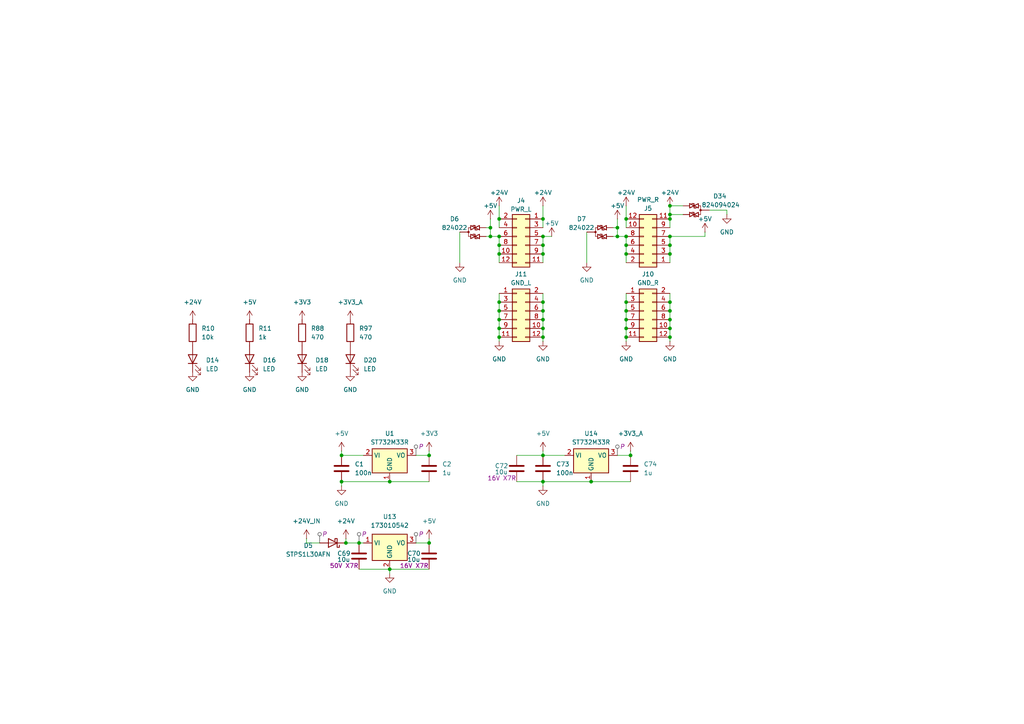
<source format=kicad_sch>
(kicad_sch (version 20231120) (generator "eeschema") (generator_version "8.0")
  (paper "A4")
  (lib_symbols
    (symbol "Connector_Generic:Conn_02x06_Odd_Even" (pin_names (offset 1.016) hide)
      (property "Reference" "J" (at 1.27 7.62 0))
      (property "Value" "Conn_02x06_Odd_Even" (at 1.27 -10.16 0))
      (symbol "Conn_02x06_Odd_Even_1_1"
        (rectangle (start -1.27 -7.493) (end 0 -7.747) (stroke (width 0.1524)))
        (rectangle (start -1.27 -4.953) (end 0 -5.207) (stroke (width 0.1524)))
        (rectangle (start -1.27 -2.413) (end 0 -2.667) (stroke (width 0.1524)))
        (rectangle (start -1.27 0.127) (end 0 -0.127) (stroke (width 0.1524)))
        (rectangle (start -1.27 2.667) (end 0 2.413) (stroke (width 0.1524)))
        (rectangle (start -1.27 5.207) (end 0 4.953) (stroke (width 0.1524)))
        (rectangle (start -1.27 6.35) (end 3.81 -8.89) (stroke (width 0.254)) (fill (type background)))
        (rectangle (start 3.81 -7.493) (end 2.54 -7.747) (stroke (width 0.1524)))
        (rectangle (start 3.81 -4.953) (end 2.54 -5.207) (stroke (width 0.1524)))
        (rectangle (start 3.81 -2.413) (end 2.54 -2.667) (stroke (width 0.1524)))
        (rectangle (start 3.81 0.127) (end 2.54 -0.127) (stroke (width 0.1524)))
        (rectangle (start 3.81 2.667) (end 2.54 2.413) (stroke (width 0.1524)))
        (rectangle (start 3.81 5.207) (end 2.54 4.953) (stroke (width 0.1524)))
        (pin passive line (at -5.08 5.08 0) (length 3.81) (name "Pin_1") (number "1"))
        (pin passive line (at 7.62 -5.08 180) (length 3.81) (name "Pin_10") (number "10"))
        (pin passive line (at -5.08 -7.62 0) (length 3.81) (name "Pin_11") (number "11"))
        (pin passive line (at 7.62 -7.62 180) (length 3.81) (name "Pin_12") (number "12"))
        (pin passive line (at 7.62 5.08 180) (length 3.81) (name "Pin_2") (number "2"))
        (pin passive line (at -5.08 2.54 0) (length 3.81) (name "Pin_3") (number "3"))
        (pin passive line (at 7.62 2.54 180) (length 3.81) (name "Pin_4") (number "4"))
        (pin passive line (at -5.08 0 0) (length 3.81) (name "Pin_5") (number "5"))
        (pin passive line (at 7.62 0 180) (length 3.81) (name "Pin_6") (number "6"))
        (pin passive line (at -5.08 -2.54 0) (length 3.81) (name "Pin_7") (number "7"))
        (pin passive line (at 7.62 -2.54 180) (length 3.81) (name "Pin_8") (number "8"))
        (pin passive line (at -5.08 -5.08 0) (length 3.81) (name "Pin_9") (number "9"))
      )
    )
    (symbol "D_TVS_Dual_AAC_1" (pin_numbers hide) (pin_names (offset 1.016) hide)
      (property "Reference" "D6" (at 0 3.81 0))
      (property "Value" "824022" (at 0 6.35 0))
      (symbol "D_TVS_Dual_AAC_1_0_1"
        (polyline (pts (xy -1.27 0) (xy -1.27 0.635)))
        (polyline (pts (xy -1.27 0) (xy 1.27 0)))
        (polyline (pts (xy 1.27 0) (xy 1.27 0.635)))
        (polyline (pts (xy -1.905 2.54) (xy -1.905 1.905) (xy -0.635 1.905) (xy -0.635 1.27)) (stroke (width 0.254)))
        (polyline (pts (xy 0.635 2.54) (xy 0.635 1.905) (xy 1.905 1.905) (xy 1.905 1.27)) (stroke (width 0.254)))
        (polyline (pts (xy -1.905 3.175) (xy -0.635 0.635) (xy -1.905 0.635) (xy -0.635 3.175) (xy -1.905 3.175)) (stroke (width 0.254)))
        (polyline (pts (xy 0.635 3.175) (xy 1.905 0.635) (xy 0.635 0.635) (xy 1.905 3.175) (xy 0.635 3.175)) (stroke (width 0.254)))
        (circle (center 0 0) (radius 0.254) (fill (type outline)))
      )
      (symbol "D_TVS_Dual_AAC_1_1_1"
        (pin passive line (at -1.27 5.08 270) (length 1.905) (name "A1") (number "1"))
        (pin passive line (at 1.27 5.08 270) (length 1.905) (name "A2") (number "2"))
        (pin passive line (at 0 -2.54 90) (length 2.54) (name "common") (number "3"))
      )
    )
    (symbol "Device:C" (pin_numbers hide) (pin_names (offset 0.254))
      (property "Reference" "C" (at 0.635 2.54 0))
      (property "Value" "C" (at 0.635 -2.54 0))
      (symbol "C_0_1"
        (polyline (pts (xy -2.032 -0.762) (xy 2.032 -0.762)) (stroke (width 0.508)))
        (polyline (pts (xy -2.032 0.762) (xy 2.032 0.762)) (stroke (width 0.508)))
      )
      (symbol "C_1_1"
        (pin passive line (at 0 3.81 270) (length 2.794) (name "~") (number "1"))
        (pin passive line (at 0 -3.81 90) (length 2.794) (name "~") (number "2"))
      )
    )
    (symbol "Device:D_Schottky" (pin_numbers hide) (pin_names (offset 1.016) hide)
      (property "Reference" "D6" (at -0.3175 -6.35 0))
      (property "Value" "STPS1L30AFN" (at -0.3175 -3.81 0))
      (symbol "D_Schottky_0_1"
        (polyline (pts (xy 1.27 0) (xy -1.27 0)))
        (polyline (pts (xy 1.27 1.27) (xy 1.27 -1.27) (xy -1.27 0) (xy 1.27 1.27)) (stroke (width 0.254)))
        (polyline (pts (xy -1.905 0.635) (xy -1.905 1.27) (xy -1.27 1.27) (xy -1.27 -1.27) (xy -0.635 -1.27) (xy -0.635 -0.635)) (stroke (width 0.254)))
      )
      (symbol "D_Schottky_1_1"
        (pin passive line (at -3.81 0 0) (length 2.54) (name "K") (number "1"))
        (pin passive line (at 3.81 0 180) (length 2.54) (name "A") (number "2"))
      )
    )
    (symbol "Device:LED" (pin_numbers hide) (pin_names (offset 1.016) hide)
      (property "Reference" "D" (at 0 2.54 0))
      (property "Value" "LED" (at 0 -2.54 0))
      (symbol "LED_0_1"
        (polyline (pts (xy -1.27 -1.27) (xy -1.27 1.27)) (stroke (width 0.254)))
        (polyline (pts (xy -1.27 0) (xy 1.27 0)))
        (polyline (pts (xy 1.27 -1.27) (xy 1.27 1.27) (xy -1.27 0) (xy 1.27 -1.27)) (stroke (width 0.254)))
        (polyline (pts (xy -3.048 -0.762) (xy -4.572 -2.286) (xy -3.81 -2.286) (xy -4.572 -2.286) (xy -4.572 -1.524)))
        (polyline (pts (xy -1.778 -0.762) (xy -3.302 -2.286) (xy -2.54 -2.286) (xy -3.302 -2.286) (xy -3.302 -1.524)))
      )
      (symbol "LED_1_1"
        (pin passive line (at -3.81 0 0) (length 2.54) (name "K") (number "1"))
        (pin passive line (at 3.81 0 180) (length 2.54) (name "A") (number "2"))
      )
    )
    (symbol "Device:R" (pin_numbers hide) (pin_names (offset 0))
      (property "Reference" "R" (at 2.032 0 90))
      (property "Value" "R" (at 0 0 90))
      (symbol "R_0_1"
        (rectangle (start -1.016 -2.54) (end 1.016 2.54) (stroke (width 0.254)))
      )
      (symbol "R_1_1"
        (pin passive line (at 0 3.81 270) (length 1.27) (name "~") (number "1"))
        (pin passive line (at 0 -3.81 90) (length 1.27) (name "~") (number "2"))
      )
    )
    (symbol "Regulator_Linear:LD1117S33TR_SOT223"
      (property "Reference" "U5" (at 0 6.35 0))
      (property "Value" "ST732M33R" (at 0 3.81 0))
      (symbol "LD1117S33TR_SOT223_0_1"
        (rectangle (start -5.08 -5.08) (end 5.08 1.905) (stroke (width 0.254)) (fill (type background)))
      )
      (symbol "LD1117S33TR_SOT223_1_1"
        (pin power_in line (at 0 -7.62 90) (length 2.54) (name "GND") (number "1"))
        (pin power_in line (at -7.62 0 0) (length 2.54) (name "VI") (number "2"))
        (pin power_out line (at 7.62 0 180) (length 2.54) (name "VO") (number "3"))
        (pin no_connect line (at 5.08 -3.175 0) (length 2.54) hide (name "NC") (number "4"))
        (pin no_connect line (at -5.08 -3.175 180) (length 2.54) hide (name "NC") (number "5"))
      )
    )
    (symbol "Regulator_Switching:TSR_1-2450"
      (property "Reference" "U13" (at 0 10.16 0))
      (property "Value" "173010542" (at 0 7.62 0))
      (symbol "TSR_1-2450_0_1"
        (rectangle (start -5.08 5.08) (end 5.08 -2.54) (stroke (width 0.254)) (fill (type background)))
      )
      (symbol "TSR_1-2450_1_1"
        (pin power_in line (at -7.62 2.54 0) (length 2.54) (name "VI") (number "1"))
        (pin power_in line (at 0 -5.08 90) (length 2.54) (name "GND") (number "2"))
        (pin power_out line (at 7.62 2.54 180) (length 2.54) (name "VO") (number "3"))
      )
    )
    (symbol "power:+24V" (power) (pin_numbers hide) (pin_names (offset 0) hide)
      (property "Value" "+24V" (at 0 3.556 0))
      (symbol "+24V_0_1"
        (polyline (pts (xy -0.762 1.27) (xy 0 2.54)))
        (polyline (pts (xy 0 0) (xy 0 2.54)))
        (polyline (pts (xy 0 2.54) (xy 0.762 1.27)))
      )
      (symbol "+24V_1_1"
        (pin power_in line (at 0 0 90) (length 0) (name "~") (number "1"))
      )
    )
    (symbol "power:+3V3" (power) (pin_numbers hide) (pin_names (offset 0) hide)
      (property "Value" "+3V3" (at 0 3.556 0))
      (symbol "+3V3_0_1"
        (polyline (pts (xy -0.762 1.27) (xy 0 2.54)))
        (polyline (pts (xy 0 0) (xy 0 2.54)))
        (polyline (pts (xy 0 2.54) (xy 0.762 1.27)))
      )
      (symbol "+3V3_1_1"
        (pin power_in line (at 0 0 90) (length 0) (name "~") (number "1"))
      )
    )
    (symbol "power:+5V" (power) (pin_numbers hide) (pin_names (offset 0) hide)
      (property "Value" "+5V" (at 0 3.556 0))
      (symbol "+5V_0_1"
        (polyline (pts (xy -0.762 1.27) (xy 0 2.54)))
        (polyline (pts (xy 0 0) (xy 0 2.54)))
        (polyline (pts (xy 0 2.54) (xy 0.762 1.27)))
      )
      (symbol "+5V_1_1"
        (pin power_in line (at 0 0 90) (length 0) (name "~") (number "1"))
      )
    )
    (symbol "power:GND" (power) (pin_numbers hide) (pin_names (offset 0) hide)
      (property "Value" "GND" (at 0 -3.81 0))
      (symbol "GND_0_1"
        (polyline (pts (xy 0 0) (xy 0 -1.27) (xy 1.27 -1.27) (xy 0 -2.54) (xy -1.27 -1.27) (xy 0 -1.27)))
      )
      (symbol "GND_1_1"
        (pin power_in line (at 0 0 270) (length 0) (name "~") (number "1"))
      )
    )
  )
  (junction (at 181.61 95.25))
  (junction (at 142.24 68.58))
  (junction (at 157.48 95.25))
  (junction (at 181.61 97.79))
  (junction (at 179.07 66.04))
  (junction (at 157.48 68.58))
  (junction (at 100.33 157.48))
  (junction (at 157.48 73.66))
  (junction (at 144.78 87.63))
  (junction (at 124.46 132.08))
  (junction (at 194.31 62.23))
  (junction (at 181.61 92.71))
  (junction (at 157.48 139.7))
  (junction (at 181.61 71.12))
  (junction (at 179.07 68.58))
  (junction (at 194.31 97.79))
  (junction (at 182.88 132.08))
  (junction (at 157.48 132.08))
  (junction (at 142.24 66.04))
  (junction (at 181.61 73.66))
  (junction (at 144.78 90.17))
  (junction (at 181.61 90.17))
  (junction (at 144.78 73.66))
  (junction (at 194.31 68.58))
  (junction (at 171.45 139.7))
  (junction (at 194.31 59.69))
  (junction (at 194.31 71.12))
  (junction (at 157.48 92.71))
  (junction (at 144.78 71.12))
  (junction (at 113.03 165.1))
  (junction (at 194.31 92.71))
  (junction (at 194.31 73.66))
  (junction (at 157.48 97.79))
  (junction (at 194.31 90.17))
  (junction (at 157.48 87.63))
  (junction (at 113.03 139.7))
  (junction (at 144.78 63.5))
  (junction (at 157.48 71.12))
  (junction (at 181.61 63.5))
  (junction (at 144.78 95.25))
  (junction (at 181.61 87.63))
  (junction (at 194.31 63.5))
  (junction (at 144.78 68.58))
  (junction (at 194.31 95.25))
  (junction (at 99.06 132.08))
  (junction (at 124.46 157.48))
  (junction (at 144.78 92.71))
  (junction (at 181.61 68.58))
  (junction (at 99.06 139.7))
  (junction (at 104.14 157.48))
  (junction (at 144.78 97.79))
  (junction (at 157.48 90.17))
  (junction (at 157.48 63.5))
  (junction (at 194.31 87.63))
  (wire (pts (xy 142.24 63.5) (xy 142.24 66.04)))
  (wire (pts (xy 99.06 132.08) (xy 105.41 132.08)))
  (wire (pts (xy 113.03 165.1) (xy 124.46 165.1)))
  (wire (pts (xy 104.14 157.48) (xy 105.41 157.48)))
  (wire (pts (xy 157.48 132.08) (xy 163.83 132.08)))
  (wire (pts (xy 194.31 97.79) (xy 194.31 99.06)))
  (wire (pts (xy 144.78 71.12) (xy 144.78 73.66)))
  (wire (pts (xy 177.8 66.04) (xy 179.07 66.04)))
  (wire (pts (xy 194.31 92.71) (xy 194.31 95.25)))
  (wire (pts (xy 144.78 63.5) (xy 144.78 66.04)))
  (wire (pts (xy 157.48 97.79) (xy 157.48 99.06)))
  (wire (pts (xy 181.61 97.79) (xy 181.61 99.06)))
  (wire (pts (xy 181.61 90.17) (xy 181.61 92.71)))
  (wire (pts (xy 157.48 85.09) (xy 157.48 87.63)))
  (wire (pts (xy 120.65 157.48) (xy 124.46 157.48)))
  (wire (pts (xy 205.74 60.96) (xy 210.82 60.96)))
  (wire (pts (xy 181.61 59.69) (xy 181.61 63.5)))
  (wire (pts (xy 140.97 66.04) (xy 142.24 66.04)))
  (wire (pts (xy 104.14 165.1) (xy 113.03 165.1)))
  (wire (pts (xy 142.24 68.58) (xy 144.78 68.58)))
  (wire (pts (xy 157.48 68.58) (xy 157.48 71.12)))
  (wire (pts (xy 100.33 156.21) (xy 100.33 157.48)))
  (wire (pts (xy 171.45 139.7) (xy 182.88 139.7)))
  (wire (pts (xy 149.86 132.08) (xy 157.48 132.08)))
  (wire (pts (xy 144.78 97.79) (xy 144.78 99.06)))
  (wire (pts (xy 194.31 62.23) (xy 194.31 63.5)))
  (wire (pts (xy 194.31 90.17) (xy 194.31 92.71)))
  (wire (pts (xy 149.86 139.7) (xy 157.48 139.7)))
  (wire (pts (xy 157.48 132.08) (xy 157.48 130.81)))
  (wire (pts (xy 181.61 87.63) (xy 181.61 90.17)))
  (wire (pts (xy 157.48 71.12) (xy 157.48 73.66)))
  (wire (pts (xy 144.78 68.58) (xy 144.78 71.12)))
  (wire (pts (xy 140.97 68.58) (xy 142.24 68.58)))
  (wire (pts (xy 144.78 59.69) (xy 144.78 63.5)))
  (wire (pts (xy 144.78 87.63) (xy 144.78 90.17)))
  (wire (pts (xy 133.35 67.31) (xy 133.35 76.2)))
  (wire (pts (xy 179.07 68.58) (xy 181.61 68.58)))
  (wire (pts (xy 100.33 157.48) (xy 104.14 157.48)))
  (wire (pts (xy 181.61 85.09) (xy 181.61 87.63)))
  (wire (pts (xy 157.48 73.66) (xy 157.48 76.2)))
  (wire (pts (xy 177.8 68.58) (xy 179.07 68.58)))
  (wire (pts (xy 144.78 90.17) (xy 144.78 92.71)))
  (wire (pts (xy 194.31 59.69) (xy 194.31 62.23)))
  (wire (pts (xy 157.48 87.63) (xy 157.48 90.17)))
  (wire (pts (xy 170.18 67.31) (xy 170.18 76.2)))
  (wire (pts (xy 88.9 157.48) (xy 92.71 157.48)))
  (wire (pts (xy 182.88 130.81) (xy 182.88 132.08)))
  (wire (pts (xy 144.78 95.25) (xy 144.78 97.79)))
  (wire (pts (xy 157.48 59.69) (xy 157.48 63.5)))
  (wire (pts (xy 99.06 132.08) (xy 99.06 130.81)))
  (wire (pts (xy 179.07 66.04) (xy 179.07 68.58)))
  (wire (pts (xy 99.06 139.7) (xy 113.03 139.7)))
  (wire (pts (xy 181.61 63.5) (xy 181.61 66.04)))
  (wire (pts (xy 194.31 68.58) (xy 194.31 71.12)))
  (wire (pts (xy 181.61 95.25) (xy 181.61 97.79)))
  (wire (pts (xy 120.65 132.08) (xy 124.46 132.08)))
  (wire (pts (xy 194.31 95.25) (xy 194.31 97.79)))
  (wire (pts (xy 194.31 62.23) (xy 198.12 62.23)))
  (wire (pts (xy 181.61 71.12) (xy 181.61 73.66)))
  (wire (pts (xy 113.03 139.7) (xy 124.46 139.7)))
  (wire (pts (xy 194.31 63.5) (xy 194.31 66.04)))
  (wire (pts (xy 179.07 63.5) (xy 179.07 66.04)))
  (wire (pts (xy 99.06 140.97) (xy 99.06 139.7)))
  (wire (pts (xy 157.48 140.97) (xy 157.48 139.7)))
  (wire (pts (xy 157.48 92.71) (xy 157.48 95.25)))
  (wire (pts (xy 142.24 66.04) (xy 142.24 68.58)))
  (wire (pts (xy 157.48 63.5) (xy 157.48 66.04)))
  (wire (pts (xy 204.47 67.31) (xy 204.47 68.58)))
  (wire (pts (xy 194.31 87.63) (xy 194.31 90.17)))
  (wire (pts (xy 144.78 85.09) (xy 144.78 87.63)))
  (wire (pts (xy 124.46 157.48) (xy 124.46 156.21)))
  (wire (pts (xy 210.82 60.96) (xy 210.82 62.23)))
  (wire (pts (xy 204.47 68.58) (xy 194.31 68.58)))
  (wire (pts (xy 194.31 85.09) (xy 194.31 87.63)))
  (wire (pts (xy 181.61 68.58) (xy 181.61 71.12)))
  (wire (pts (xy 181.61 73.66) (xy 181.61 76.2)))
  (wire (pts (xy 179.07 132.08) (xy 182.88 132.08)))
  (wire (pts (xy 160.02 68.58) (xy 157.48 68.58)))
  (wire (pts (xy 157.48 139.7) (xy 171.45 139.7)))
  (wire (pts (xy 144.78 73.66) (xy 144.78 76.2)))
  (wire (pts (xy 113.03 165.1) (xy 113.03 166.37)))
  (wire (pts (xy 88.9 156.21) (xy 88.9 157.48)))
  (wire (pts (xy 194.31 73.66) (xy 194.31 76.2)))
  (wire (pts (xy 157.48 95.25) (xy 157.48 97.79)))
  (wire (pts (xy 157.48 90.17) (xy 157.48 92.71)))
  (wire (pts (xy 181.61 92.71) (xy 181.61 95.25)))
  (wire (pts (xy 194.31 71.12) (xy 194.31 73.66)))
  (wire (pts (xy 194.31 59.69) (xy 198.12 59.69)))
  (wire (pts (xy 124.46 130.81) (xy 124.46 132.08)))
  (wire (pts (xy 144.78 92.71) (xy 144.78 95.25)))
  (netclass_flag "" (length 2.54) (shape round) (at 179.07 132.08 0) (property "Netclass" "P" (at 179.7685 129.54 0) (effects (font (italic yes)) (justify left))))
  (netclass_flag "" (length 2.54) (shape round) (at 120.65 132.08 0) (property "Netclass" "P" (at 121.3485 129.54 0) (effects (font (italic yes)) (justify left))))
  (netclass_flag "" (length 2.54) (shape round) (at 92.71 157.48 0) (property "Netclass" "P" (at 93.4085 154.94 0) (effects (font (italic yes)) (justify left))))
  (netclass_flag "" (length 2.54) (shape round) (at 120.65 157.48 0) (property "Netclass" "P" (at 121.3485 154.94 0) (effects (font (italic yes)) (justify left))))
  (netclass_flag "" (length 2.54) (shape round) (at 104.14 157.48 0) (property "Netclass" "P" (at 104.8385 154.94 0) (effects (font (italic yes)) (justify left))))
  (symbol (lib_id "Device:C") (at 124.46 161.29 0) (unit 1)
    (property "Reference" "C70" (at 118.11 160.528 0) (effects (justify left)))
    (property "Value" "10u" (at 118.11 162.306 0) (effects (justify left)))
    (property "Footprint" "Capacitor_SMD:C_1210_3225Metric" (effects (hide yes)))
    (property "Datasheet" "https://www.we-online.com/components/products/datasheet/885012209014.pdf" (effects (hide yes)))
    (property "Description" "Unpolarized capacitor" (effects (hide yes)))
    (property "Field5" "16V X7R" (at 120.142 164.084 0))
  )
  (symbol (lib_id "power:GND") (at 194.31 99.06 0) (unit 1)
    (property "Reference" "#PWR0129" (effects (hide yes)))
    (property "Value" "GND" (at 194.31 104.14 0))
    (property "Description" "Power symbol creates a global label with name \"GND\" , ground" (effects (hide yes)))
  )
  (symbol (lib_id "Device:C") (at 124.46 135.89 0) (unit 1)
    (property "Reference" "C2" (at 128.27 134.6199 0) (effects (justify left)))
    (property "Value" "1u" (at 128.27 137.1599 0) (effects (justify left)))
    (property "Footprint" "Capacitor_SMD:C_0603_1608Metric" (effects (hide yes)))
    (property "Description" "Unpolarized capacitor" (effects (hide yes)))
  )
  (symbol (lib_id "power:GND") (at 181.61 99.06 0) (unit 1)
    (property "Reference" "#PWR0130" (effects (hide yes)))
    (property "Value" "GND" (at 181.61 104.14 0))
    (property "Description" "Power symbol creates a global label with name \"GND\" , ground" (effects (hide yes)))
  )
  (symbol (lib_id "power:+5V") (at 179.07 63.5 0) (unit 1)
    (property "Reference" "#PWR0123" (effects (hide yes)))
    (property "Value" "+5V" (at 179.07 59.69 0))
    (property "Description" "Power symbol creates a global label with name \"+5V\"" (effects (hide yes)))
  )
  (symbol (lib_id "Connector_Generic:Conn_02x06_Odd_Even") (at 186.69 90.17 0) (unit 1)
    (property "Reference" "J10" (at 187.96 79.502 0))
    (property "Value" "GND_R" (at 187.96 82.042 0))
    (property "Footprint" "sensor_nodes_footprints:Molex_iGrid_2x06" (effects (hide yes)))
    (property "Description" "Generic connector, double row, 02x06, odd/even pin numbering scheme (row 1 odd numbers, row 2 even numbers), script generated (kicad-library-utils/schlib/autogen/connector/)" (effects (hide yes)))
  )
  (symbol (lib_id "Device:C") (at 182.88 135.89 0) (unit 1)
    (property "Reference" "C74" (at 186.69 134.6199 0) (effects (justify left)))
    (property "Value" "1u" (at 186.69 137.1599 0) (effects (justify left)))
    (property "Footprint" "Capacitor_SMD:C_0603_1608Metric" (effects (hide yes)))
    (property "Description" "Unpolarized capacitor" (effects (hide yes)))
  )
  (symbol (lib_id "Connector_Generic:Conn_02x06_Odd_Even") (at 189.23 71.12 180) (unit 1)
    (property "Reference" "J5" (at 187.96 60.452 0))
    (property "Value" "PWR_R" (at 187.96 57.912 0))
    (property "Footprint" "sensor_nodes_footprints:Molex_iGrid_2x06" (effects (hide yes)))
    (property "Description" "Generic connector, double row, 02x06, odd/even pin numbering scheme (row 1 odd numbers, row 2 even numbers), script generated (kicad-library-utils/schlib/autogen/connector/)" (effects (hide yes)))
  )
  (symbol (lib_name "D_TVS_Dual_AAC_1") (lib_id "Device:D_TVS_Dual_AAC") (at 172.72 67.31 270) (mirror x) (unit 1)
    (property "Reference" "D7" (at 168.656 63.5 90))
    (property "Value" "824022" (at 168.656 66.04 90))
    (property "Footprint" "Package_TO_SOT_SMD:SOT-23" (effects (hide yes)))
    (property "Datasheet" "https://www.we-online.com/de/components/products/WE-TVS#/articles/WE-TVS-SOT23-3L" (effects (hide yes)))
    (property "Description" "Bidirectional dual transient-voltage-suppression diode, center on pin 3" (effects (hide yes)))
  )
  (symbol (lib_id "Device:LED") (at 101.6 104.14 90) (unit 1)
    (property "Reference" "D20" (at 105.41 104.4574 90) (effects (justify right)))
    (property "Value" "LED" (at 105.41 106.9974 90) (effects (justify right)))
    (property "Footprint" "LED_SMD:LED_0603_1608Metric" (effects (hide yes)))
    (property "Description" "Light emitting diode" (effects (hide yes)))
  )
  (symbol (lib_id "power:+5V") (at 142.24 63.5 0) (unit 1)
    (property "Reference" "#PWR026" (effects (hide yes)))
    (property "Value" "+5V" (at 142.24 59.69 0))
    (property "Description" "Power symbol creates a global label with name \"+5V\"" (effects (hide yes)))
  )
  (symbol (lib_id "power:+24V") (at 194.31 59.69 0) (unit 1)
    (property "Reference" "#PWR0128" (effects (hide yes)))
    (property "Value" "+24V" (at 194.31 55.88 0))
    (property "Description" "Power symbol creates a global label with name \"+24V\"" (effects (hide yes)))
  )
  (symbol (lib_id "power:GND") (at 87.63 107.95 0) (unit 1)
    (property "Reference" "#PWR0106" (effects (hide yes)))
    (property "Value" "GND" (at 87.63 113.03 0))
    (property "Description" "Power symbol creates a global label with name \"GND\" , ground" (effects (hide yes)))
  )
  (symbol (lib_id "Connector_Generic:Conn_02x06_Odd_Even") (at 149.86 90.17 0) (unit 1)
    (property "Reference" "J11" (at 151.13 79.502 0))
    (property "Value" "GND_L" (at 151.13 82.042 0))
    (property "Footprint" "sensor_nodes_footprints:Molex_iGrid_2x06" (effects (hide yes)))
    (property "Description" "Generic connector, double row, 02x06, odd/even pin numbering scheme (row 1 odd numbers, row 2 even numbers), script generated (kicad-library-utils/schlib/autogen/connector/)" (effects (hide yes)))
  )
  (symbol (lib_id "power:GND") (at 99.06 140.97 0) (unit 1)
    (property "Reference" "#PWR04" (effects (hide yes)))
    (property "Value" "GND" (at 99.06 146.05 0))
    (property "Description" "Power symbol creates a global label with name \"GND\" , ground" (effects (hide yes)))
  )
  (symbol (lib_id "Device:R") (at 55.88 96.52 0) (unit 1)
    (property "Reference" "R10" (at 58.42 95.2499 0) (effects (justify left)))
    (property "Value" "10k" (at 58.42 97.7899 0) (effects (justify left)))
    (property "Footprint" "Resistor_SMD:R_0603_1608Metric" (effects (hide yes)))
    (property "Description" "Resistor" (effects (hide yes)))
  )
  (symbol (lib_id "power:GND") (at 157.48 140.97 0) (unit 1)
    (property "Reference" "#PWR0134" (effects (hide yes)))
    (property "Value" "GND" (at 157.48 146.05 0))
    (property "Description" "Power symbol creates a global label with name \"GND\" , ground" (effects (hide yes)))
  )
  (symbol (lib_id "Device:LED") (at 55.88 104.14 90) (unit 1)
    (property "Reference" "D14" (at 59.69 104.4574 90) (effects (justify right)))
    (property "Value" "LED" (at 59.69 106.9974 90) (effects (justify right)))
    (property "Footprint" "LED_SMD:LED_0603_1608Metric" (effects (hide yes)))
    (property "Description" "Light emitting diode" (effects (hide yes)))
  )
  (symbol (lib_id "power:GND") (at 157.48 99.06 0) (unit 1)
    (property "Reference" "#PWR0131" (effects (hide yes)))
    (property "Value" "GND" (at 157.48 104.14 0))
    (property "Description" "Power symbol creates a global label with name \"GND\" , ground" (effects (hide yes)))
  )
  (symbol (lib_id "power:+5V") (at 124.46 156.21 0) (unit 1)
    (property "Reference" "#PWR0121" (effects (hide yes)))
    (property "Value" "+5V" (at 124.46 151.13 0))
    (property "Description" "Power symbol creates a global label with name \"+5V\"" (effects (hide yes)))
  )
  (symbol (lib_id "power:GND") (at 144.78 99.06 0) (unit 1)
    (property "Reference" "#PWR0132" (effects (hide yes)))
    (property "Value" "GND" (at 144.78 104.14 0))
    (property "Description" "Power symbol creates a global label with name \"GND\" , ground" (effects (hide yes)))
  )
  (symbol (lib_id "Device:C") (at 149.86 135.89 0) (unit 1)
    (property "Reference" "C72" (at 143.51 135.128 0) (effects (justify left)))
    (property "Value" "10u" (at 143.51 136.906 0) (effects (justify left)))
    (property "Footprint" "Capacitor_SMD:C_1210_3225Metric" (effects (hide yes)))
    (property "Datasheet" "https://www.we-online.com/components/products/datasheet/885012209014.pdf" (effects (hide yes)))
    (property "Description" "Unpolarized capacitor" (effects (hide yes)))
    (property "Field5" "16V X7R" (at 145.542 138.684 0))
  )
  (symbol (lib_id "power:+24V") (at 157.48 59.69 0) (unit 1)
    (property "Reference" "#PWR0126" (effects (hide yes)))
    (property "Value" "+24V" (at 157.48 55.88 0))
    (property "Description" "Power symbol creates a global label with name \"+24V\"" (effects (hide yes)))
  )
  (symbol (lib_id "Device:C") (at 99.06 135.89 0) (unit 1)
    (property "Reference" "C1" (at 102.87 134.6199 0) (effects (justify left)))
    (property "Value" "100n" (at 102.87 137.1599 0) (effects (justify left)))
    (property "Footprint" "Capacitor_SMD:C_0603_1608Metric" (effects (hide yes)))
    (property "Description" "Unpolarized capacitor" (effects (hide yes)))
  )
  (symbol (lib_id "power:+24V") (at 88.9 156.21 0) (unit 1)
    (property "Reference" "#PWR019" (effects (hide yes)))
    (property "Value" "+24V_IN" (at 88.9 151.13 0))
    (property "Description" "Power symbol creates a global label with name \"+24V\"" (effects (hide yes)))
  )
  (symbol (lib_id "Regulator_Switching:TSR_1-2450") (at 113.03 160.02 0) (unit 1)
    (property "Reference" "U13" (at 113.03 149.86 0))
    (property "Value" "173010542" (at 113.03 152.4 0))
    (property "Footprint" "Converter_DCDC:Converter_DCDC_TRACO_TSR-1_THT" (effects (hide yes)))
    (property "Datasheet" "https://www.we-online.com/components/products/datasheet/173010542.pdf" (effects (hide yes)))
  )
  (symbol (lib_id "Regulator_Linear:LD1117S33TR_SOT223") (at 171.45 132.08 0) (unit 1)
    (property "Reference" "U14" (at 171.45 125.73 0))
    (property "Value" "ST732M33R" (at 171.45 128.27 0))
    (property "Footprint" "Package_TO_SOT_SMD:SOT-23-5" (effects (hide yes)))
    (property "Datasheet" "https://www.st.com/resource/en/datasheet/st732.pdf" (effects (hide yes)))
    (property "Description" "800mA Fixed Low Drop Positive Voltage Regulator, Fixed Output 3.3V, SOT-223" (effects (hide yes)))
  )
  (symbol (lib_id "power:+3V3") (at 182.88 130.81 0) (unit 1)
    (property "Reference" "#PWR0135" (effects (hide yes)))
    (property "Value" "+3V3_A" (at 182.88 125.73 0))
    (property "Description" "Power symbol creates a global label with name \"+3V3\"" (effects (hide yes)))
  )
  (symbol (lib_id "Device:C") (at 104.14 161.29 0) (unit 1)
    (property "Reference" "C69" (at 97.79 160.528 0) (effects (justify left)))
    (property "Value" "10u" (at 97.79 162.306 0) (effects (justify left)))
    (property "Footprint" "Capacitor_SMD:C_1210_3225Metric" (effects (hide yes)))
    (property "Datasheet" "https://www.we-online.com/components/products/datasheet/885012209014.pdf" (effects (hide yes)))
    (property "Description" "Unpolarized capacitor" (effects (hide yes)))
    (property "Field5" "50V X7R" (at 99.822 164.084 0))
  )
  (symbol (lib_name "D_TVS_Dual_AAC_1") (lib_id "Device:D_TVS_Dual_AAC") (at 203.2 60.96 90) (mirror x) (unit 1)
    (property "Reference" "D34" (at 208.788 56.896 90))
    (property "Value" "824094024" (at 209.042 59.436 90))
    (property "Footprint" "Package_TO_SOT_SMD:SOT-23" (effects (hide yes)))
    (property "Datasheet" "https://www.we-online.com/de/components/products/WE-TVS#/articles/WE-TVS-SOT23-3L" (effects (hide yes)))
    (property "Description" "Bidirectional dual transient-voltage-suppression diode, center on pin 3" (effects (hide yes)))
  )
  (symbol (lib_id "Regulator_Linear:LD1117S33TR_SOT223") (at 113.03 132.08 0) (unit 1)
    (property "Reference" "U1" (at 113.03 125.73 0))
    (property "Value" "ST732M33R" (at 113.03 128.27 0))
    (property "Footprint" "Package_TO_SOT_SMD:SOT-23-5" (effects (hide yes)))
    (property "Datasheet" "https://www.st.com/resource/en/datasheet/st732.pdf" (effects (hide yes)))
    (property "Description" "800mA Fixed Low Drop Positive Voltage Regulator, Fixed Output 3.3V, SOT-223" (effects (hide yes)))
  )
  (symbol (lib_id "Device:C") (at 157.48 135.89 0) (unit 1)
    (property "Reference" "C73" (at 161.29 134.6199 0) (effects (justify left)))
    (property "Value" "100n" (at 161.29 137.1599 0) (effects (justify left)))
    (property "Footprint" "Capacitor_SMD:C_0603_1608Metric" (effects (hide yes)))
    (property "Description" "Unpolarized capacitor" (effects (hide yes)))
  )
  (symbol (lib_id "power:+5V") (at 160.02 68.58 0) (unit 1)
    (property "Reference" "#PWR0122" (effects (hide yes)))
    (property "Value" "+5V" (at 160.02 64.77 0))
    (property "Description" "Power symbol creates a global label with name \"+5V\"" (effects (hide yes)))
  )
  (symbol (lib_id "power:+24V") (at 55.88 92.71 0) (unit 1)
    (property "Reference" "#PWR075" (effects (hide yes)))
    (property "Value" "+24V" (at 55.88 87.63 0))
    (property "Description" "Power symbol creates a global label with name \"+24V\"" (effects (hide yes)))
  )
  (symbol (lib_id "power:+5V") (at 99.06 130.81 0) (unit 1)
    (property "Reference" "#PWR03" (effects (hide yes)))
    (property "Value" "+5V" (at 99.06 125.73 0))
    (property "Description" "Power symbol creates a global label with name \"+5V\"" (effects (hide yes)))
  )
  (symbol (lib_id "power:GND") (at 170.18 76.2 0) (unit 1)
    (property "Reference" "#PWR035" (effects (hide yes)))
    (property "Value" "GND" (at 170.18 81.28 0))
    (property "Description" "Power symbol creates a global label with name \"GND\" , ground" (effects (hide yes)))
  )
  (symbol (lib_id "power:GND") (at 55.88 107.95 0) (unit 1)
    (property "Reference" "#PWR083" (effects (hide yes)))
    (property "Value" "GND" (at 55.88 113.03 0))
    (property "Description" "Power symbol creates a global label with name \"GND\" , ground" (effects (hide yes)))
  )
  (symbol (lib_id "power:GND") (at 133.35 76.2 0) (unit 1)
    (property "Reference" "#PWR043" (effects (hide yes)))
    (property "Value" "GND" (at 133.35 81.28 0))
    (property "Description" "Power symbol creates a global label with name \"GND\" , ground" (effects (hide yes)))
  )
  (symbol (lib_id "power:GND") (at 101.6 107.95 0) (unit 1)
    (property "Reference" "#PWR0137" (effects (hide yes)))
    (property "Value" "GND" (at 101.6 113.03 0))
    (property "Description" "Power symbol creates a global label with name \"GND\" , ground" (effects (hide yes)))
  )
  (symbol (lib_id "Device:LED") (at 87.63 104.14 90) (unit 1)
    (property "Reference" "D18" (at 91.44 104.4574 90) (effects (justify right)))
    (property "Value" "LED" (at 91.44 106.9974 90) (effects (justify right)))
    (property "Footprint" "LED_SMD:LED_0603_1608Metric" (effects (hide yes)))
    (property "Description" "Light emitting diode" (effects (hide yes)))
  )
  (symbol (lib_id "power:+24V") (at 181.61 59.69 0) (unit 1)
    (property "Reference" "#PWR0127" (effects (hide yes)))
    (property "Value" "+24V" (at 181.61 55.88 0))
    (property "Description" "Power symbol creates a global label with name \"+24V\"" (effects (hide yes)))
  )
  (symbol (lib_id "power:GND") (at 72.39 107.95 0) (unit 1)
    (property "Reference" "#PWR096" (effects (hide yes)))
    (property "Value" "GND" (at 72.39 113.03 0))
    (property "Description" "Power symbol creates a global label with name \"GND\" , ground" (effects (hide yes)))
  )
  (symbol (lib_id "Device:R") (at 101.6 96.52 0) (unit 1)
    (property "Reference" "R97" (at 104.14 95.2499 0) (effects (justify left)))
    (property "Value" "470" (at 104.14 97.7899 0) (effects (justify left)))
    (property "Footprint" "Resistor_SMD:R_0603_1608Metric" (effects (hide yes)))
    (property "Description" "Resistor" (effects (hide yes)))
  )
  (symbol (lib_name "D_TVS_Dual_AAC_1") (lib_id "Device:D_TVS_Dual_AAC") (at 135.89 67.31 270) (mirror x) (unit 1)
    (property "Reference" "D6" (at 131.826 63.5 90))
    (property "Value" "824022" (at 131.826 66.04 90))
    (property "Footprint" "Package_TO_SOT_SMD:SOT-23" (effects (hide yes)))
    (property "Datasheet" "https://www.we-online.com/de/components/products/WE-TVS#/articles/WE-TVS-SOT23-3L" (effects (hide yes)))
    (property "Description" "Bidirectional dual transient-voltage-suppression diode, center on pin 3" (effects (hide yes)))
  )
  (symbol (lib_id "Connector_Generic:Conn_02x06_Odd_Even") (at 152.4 68.58 0) (mirror y) (unit 1)
    (property "Reference" "J4" (at 151.13 58.166 0))
    (property "Value" "PWR_L" (at 151.13 60.706 0))
    (property "Footprint" "sensor_nodes_footprints:Molex_iGrid_2x06" (effects (hide yes)))
    (property "Description" "Generic connector, double row, 02x06, odd/even pin numbering scheme (row 1 odd numbers, row 2 even numbers), script generated (kicad-library-utils/schlib/autogen/connector/)" (effects (hide yes)))
  )
  (symbol (lib_id "power:GND") (at 113.03 166.37 0) (unit 1)
    (property "Reference" "#PWR020" (effects (hide yes)))
    (property "Value" "GND" (at 113.03 171.45 0))
    (property "Description" "Power symbol creates a global label with name \"GND\" , ground" (effects (hide yes)))
  )
  (symbol (lib_id "power:+3V3") (at 87.63 92.71 0) (unit 1)
    (property "Reference" "#PWR0101" (effects (hide yes)))
    (property "Value" "+3V3" (at 87.63 87.63 0))
    (property "Description" "Power symbol creates a global label with name \"+3V3\"" (effects (hide yes)))
  )
  (symbol (lib_id "Device:LED") (at 72.39 104.14 90) (unit 1)
    (property "Reference" "D16" (at 76.2 104.4574 90) (effects (justify right)))
    (property "Value" "LED" (at 76.2 106.9974 90) (effects (justify right)))
    (property "Footprint" "LED_SMD:LED_0603_1608Metric" (effects (hide yes)))
    (property "Description" "Light emitting diode" (effects (hide yes)))
  )
  (symbol (lib_id "power:+24V") (at 144.78 59.69 0) (unit 1)
    (property "Reference" "#PWR0125" (effects (hide yes)))
    (property "Value" "+24V" (at 144.78 55.88 0))
    (property "Description" "Power symbol creates a global label with name \"+24V\"" (effects (hide yes)))
  )
  (symbol (lib_id "power:+3V3") (at 124.46 130.81 0) (unit 1)
    (property "Reference" "#PWR06" (effects (hide yes)))
    (property "Value" "+3V3" (at 124.46 125.73 0))
    (property "Description" "Power symbol creates a global label with name \"+3V3\"" (effects (hide yes)))
  )
  (symbol (lib_id "Device:D_Schottky") (at 96.52 157.48 180) (unit 1)
    (property "Reference" "D5" (at 89.408 158.242 0))
    (property "Value" "STPS1L30AFN" (at 89.408 160.782 0))
    (property "Footprint" "Diode_SMD:D_SMA" (effects (hide yes)))
    (property "Datasheet" "https://www.st.com/resource/en/datasheet/stps1l30.pdf" (effects (hide yes)))
    (property "Description" "Schottky diode" (effects (hide yes)))
  )
  (symbol (lib_id "power:+24V") (at 100.33 156.21 0) (unit 1)
    (property "Reference" "#PWR067" (effects (hide yes)))
    (property "Value" "+24V" (at 100.33 151.13 0))
    (property "Description" "Power symbol creates a global label with name \"+24V\"" (effects (hide yes)))
  )
  (symbol (lib_id "power:+5V") (at 157.48 130.81 0) (unit 1)
    (property "Reference" "#PWR0133" (effects (hide yes)))
    (property "Value" "+5V" (at 157.48 125.73 0))
    (property "Description" "Power symbol creates a global label with name \"+5V\"" (effects (hide yes)))
  )
  (symbol (lib_id "Device:R") (at 72.39 96.52 0) (unit 1)
    (property "Reference" "R11" (at 74.93 95.2499 0) (effects (justify left)))
    (property "Value" "1k" (at 74.93 97.7899 0) (effects (justify left)))
    (property "Footprint" "Resistor_SMD:R_0603_1608Metric" (effects (hide yes)))
    (property "Description" "Resistor" (effects (hide yes)))
  )
  (symbol (lib_id "Device:R") (at 87.63 96.52 0) (unit 1)
    (property "Reference" "R88" (at 90.17 95.2499 0) (effects (justify left)))
    (property "Value" "470" (at 90.17 97.7899 0) (effects (justify left)))
    (property "Footprint" "Resistor_SMD:R_0603_1608Metric" (effects (hide yes)))
    (property "Description" "Resistor" (effects (hide yes)))
  )
  (symbol (lib_id "power:+24V") (at 72.39 92.71 0) (unit 1)
    (property "Reference" "#PWR091" (effects (hide yes)))
    (property "Value" "+5V" (at 72.39 87.63 0))
    (property "Description" "Power symbol creates a global label with name \"+24V\"" (effects (hide yes)))
  )
  (symbol (lib_id "power:+5V") (at 204.47 67.31 0) (unit 1)
    (property "Reference" "#PWR0124" (effects (hide yes)))
    (property "Value" "+5V" (at 204.47 63.5 0))
    (property "Description" "Power symbol creates a global label with name \"+5V\"" (effects (hide yes)))
  )
  (symbol (lib_id "power:GND") (at 210.82 62.23 0) (unit 1)
    (property "Reference" "#PWR0138" (effects (hide yes)))
    (property "Value" "GND" (at 210.82 67.31 0))
    (property "Description" "Power symbol creates a global label with name \"GND\" , ground" (effects (hide yes)))
  )
  (symbol (lib_id "power:+3V3") (at 101.6 92.71 0) (unit 1)
    (property "Reference" "#PWR0136" (effects (hide yes)))
    (property "Value" "+3V3_A" (at 101.6 87.63 0))
    (property "Description" "Power symbol creates a global label with name \"+3V3\"" (effects (hide yes)))
  )
)
</source>
